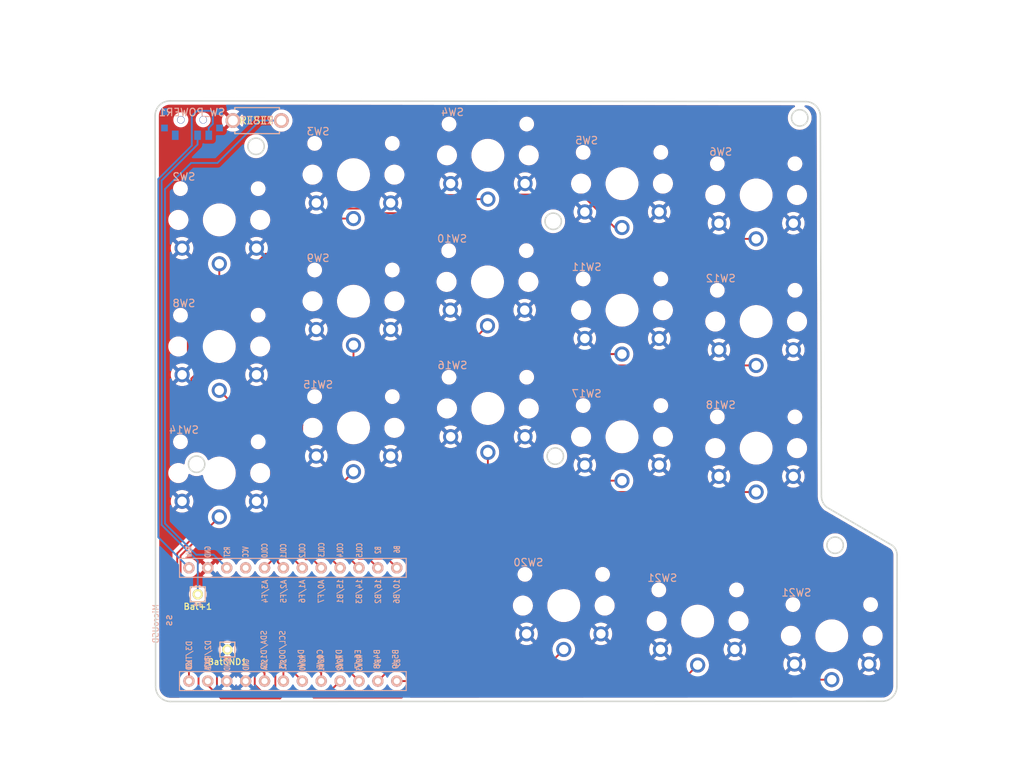
<source format=kicad_pcb>
(kicad_pcb (version 20210623) (generator pcbnew)
  (layers (0 "F.Cu" signal) (31 "B.Cu" signal) (34 "B.Paste" user) (35 "F.Paste" user) (36 "B.SilkS" user "B.Silkscreen") (37 "F.SilkS" user "F.Silkscreen") (38 "B.Mask" user) (39 "F.Mask" user) (44 "Edge.Cuts" user))
  (net 0 "")
  (net 1 "BT+")
  (net 2 "gnd")
  (net 3 "vcc")
  (net 4 "Switch18")
  (net 5 "reset")
  (net 6 "Switch1")
  (net 7 "Switch2")
  (net 8 "Switch3")
  (net 9 "Switch4")
  (net 10 "Switch5")
  (net 11 "Switch6")
  (net 12 "Switch7")
  (net 13 "Switch8")
  (net 14 "Switch9")
  (net 15 "Switch10")
  (net 16 "Switch11")
  (net 17 "Switch12")
  (net 18 "Switch13")
  (net 19 "Switch14")
  (net 20 "Switch15")
  (net 21 "Switch16")
  (net 22 "Switch17")
  (net 23 "Net-(SW_POWER1-Pad1)")
  (net 24 "raw")
  (footprint "kbd:1pin_conn" (layer "F.Cu") (at 28.058581 84.41952)
    (fp_text reference "Bat+1")
    (fp_text value "MountingHole_Pad" hide)
  )
  (footprint "kbd:1pin_conn" (layer "F.Cu") (at 32.038581 91.84952)
    (fp_text reference "BatGND1")
    (fp_text value "MountingHole_Pad" hide)
  )
  (footprint "Kailh:SW_PG1350_rev_DPB" (layer "F.Cu") (at 30.949999 34.084001)
    (fp_text reference "SW2" hide)
    (fp_text value "SW_Push" hide)
  )
  (footprint "Kailh:SW_PG1350_rev_DPB" (layer "F.Cu") (at 48.990001 28.003999)
    (fp_text reference "SW3" hide)
    (fp_text value "SW_Push" hide)
  )
  (footprint "Kailh:SW_PG1350_rev_DPB" (layer "F.Cu") (at 67.056 25.4)
    (fp_text reference "SW4" hide)
    (fp_text value "SW_Push" hide)
  )
  (footprint "Kailh:SW_PG1350_rev_DPB" (layer "F.Cu") (at 85.09 29.21)
    (fp_text reference "SW5" hide)
    (fp_text value "SW_Push" hide)
  )
  (footprint "Kailh:SW_PG1350_rev_DPB" (layer "F.Cu") (at 103.124 30.734)
    (fp_text reference "SW6" hide)
    (fp_text value "SW_Push" hide)
  )
  (footprint "Kailh:SW_PG1350_rev_DPB" (layer "F.Cu") (at 30.949999 51.102001)
    (fp_text reference "SW8" hide)
    (fp_text value "SW_Push" hide)
  )
  (footprint "Kailh:SW_PG1350_rev_DPB" (layer "F.Cu") (at 48.99 45.022)
    (fp_text reference "SW9" hide)
    (fp_text value "SW_Push" hide)
  )
  (footprint "Kailh:SW_PG1350_rev_DPB" (layer "F.Cu") (at 67.006 42.418)
    (fp_text reference "SW10" hide)
    (fp_text value "SW_Push" hide)
  )
  (footprint "Kailh:SW_PG1350_rev_DPB" (layer "F.Cu") (at 85.09 46.228)
    (fp_text reference "SW11" hide)
    (fp_text value "SW_Push" hide)
  )
  (footprint "Kailh:SW_PG1350_rev_DPB" (layer "F.Cu") (at 103.124 47.752)
    (fp_text reference "SW12" hide)
    (fp_text value "SW_Push" hide)
  )
  (footprint "Kailh:SW_PG1350_rev_DPB" (layer "F.Cu") (at 30.95 68.12)
    (fp_text reference "SW14" hide)
    (fp_text value "SW_Push" hide)
  )
  (footprint "Kailh:SW_PG1350_rev_DPB" (layer "F.Cu") (at 48.99 62.04)
    (fp_text reference "SW15" hide)
    (fp_text value "SW_Push" hide)
  )
  (footprint "Kailh:SW_PG1350_rev_DPB" (layer "F.Cu") (at 67.056 59.436)
    (fp_text reference "SW16" hide)
    (fp_text value "SW_Push" hide)
  )
  (footprint "Kailh:SW_PG1350_rev_DPB" (layer "F.Cu") (at 85.09 63.246)
    (fp_text reference "SW17" hide)
    (fp_text value "SW_Push" hide)
  )
  (footprint "Kailh:SW_PG1350_rev_DPB" (layer "F.Cu") (at 103.124 64.77)
    (fp_text reference "SW18" hide)
    (fp_text value "SW_Push" hide)
  )
  (footprint "Kailh:SW_PG1350_rev_DPB" (layer "F.Cu") (at 77.26 85.94)
    (fp_text reference "SW20" hide)
    (fp_text value "SW_Push" hide)
  )
  (footprint "Kailh:SW_PG1350_rev_DPB" (layer "F.Cu") (at 95.26 88.03)
    (fp_text reference "SW21" hide)
    (fp_text value "SW_Push" hide)
  )
  (footprint "Kailh:SW_PG1350_rev_DPB" (layer "F.Cu") (at 113.29 90)
    (fp_text reference "SW21" hide)
    (fp_text value "SW_Push" hide)
  )
  (footprint "foostan:ResetSW" (layer "B.Cu") (at 36.04 20.73 180)
    (fp_text reference "RSW1" hide)
    (fp_text value "SW_Push")
  )
  (footprint "Kailh:SPDT_C128955" (layer "B.Cu") (at 27.28 20.63 180)
    (fp_text reference "SW_POWER1")
    (fp_text value "SW_SPDT")
  )
  (footprint "foostan:ProMicro_v2_1side" (layer "B.Cu") (at 41.348581 88.42952 -90)
    (fp_text reference "U1" hide)
    (fp_text value "ProMicro-kbd" hide)
  )
  (gr_circle (center 27.9 66.93) (end 29 66.93) (layer "Edge.Cuts") (width 0.2) (fill none))
  (gr_circle (center 76.12 65.84) (end 77.22 65.84) (layer "Edge.Cuts") (width 0.2) (fill none))
  (gr_circle (center 75.84 34.27) (end 76.94 34.27) (layer "Edge.Cuts") (width 0.2) (fill none))
  (gr_line (start 122.071822 79.122698) (end 122.05 96.805786) (layer "Edge.Cuts") (width 0.2))
  (gr_arc (start 24.384256 96.83682) (end 22.384958 96.834608) (angle -90.0832) (layer "Edge.Cuts") (width 0.2))
  (gr_arc (start 120.05 96.805786) (end 120.05 98.805786) (angle -90) (layer "Edge.Cuts") (width 0.2))
  (gr_arc (start 109.76 20.176399) (end 111.76 20.176399) (angle -89.9563) (layer "Edge.Cuts") (width 0.2))
  (gr_circle (center 35.89 24.19) (end 36.99 24.19) (layer "Edge.Cuts") (width 0.2) (fill none))
  (gr_arc (start 24.314247 20.085419) (end 24.316459 18.086121) (angle -90.0832) (layer "Edge.Cuts") (width 0.2))
  (gr_line (start 121.39 77.83) (end 112.61 72.71) (layer "Edge.Cuts") (width 0.2))
  (gr_circle (center 108.98 20.37) (end 110.08 20.37) (layer "Edge.Cuts") (width 0.2) (fill none))
  (gr_line (start 111.9 71.19) (end 111.76 20.176399) (layer "Edge.Cuts") (width 0.2))
  (gr_arc (start 120.505467 79.122698) (end 122.071822 79.122698) (angle -55.61798217) (layer "Edge.Cuts") (width 0.2))
  (gr_line (start 109.761525 18.1764) (end 24.316459 18.086121) (layer "Edge.Cuts") (width 0.2))
  (gr_arc (start 113.882042 71.19) (end 111.9 71.19) (angle -50.07505709) (layer "Edge.Cuts") (width 0.2))
  (gr_circle (center 113.74 77.82) (end 114.84 77.82) (layer "Edge.Cuts") (width 0.2) (fill none))
  (gr_line (start 24.384947 98.836119) (end 120.05 98.805786) (layer "Edge.Cuts") (width 0.2))
  (gr_line (start 22.314947 20.086119) (end 22.384958 96.834608) (layer "Edge.Cuts") (width 0.2))
  (segment (start 28.058581 84.41952) (end 28.058581 79.948581) (width 0.25) (layer "B.Cu") (net 1))
  (segment (start 23.19952 75.08952) (end 23.19952 28.78048) (width 0.25) (layer "B.Cu") (net 1))
  (segment (start 28.03 23.95) (end 28.03 22.705) (width 0.25) (layer "B.Cu") (net 1))
  (segment (start 28.058581 79.948581) (end 23.19952 75.08952) (width 0.25) (layer "B.Cu") (net 1))
  (segment (start 23.19952 28.78048) (end 28.03 23.95) (width 0.25) (layer "B.Cu") (net 1))
  (segment (start 39.60096 97.91904) (end 39.1 98.42) (width 0.25) (layer "F.Cu") (net 4))
  (segment (start 31.18 98.42) (end 29.410581 96.650581) (width 0.25) (layer "F.Cu") (net 4))
  (segment (start 55.45 98.31) (end 43.65 98.31) (width 0.25) (layer "F.Cu") (net 4))
  (segment (start 29.410581 96.650581) (end 29.410581 96.08592) (width 0.25) (layer "F.Cu") (net 4))
  (segment (start 43.65 98.31) (end 43.25904 97.91904) (width 0.25) (layer "F.Cu") (net 4))
  (segment (start 60.8 95.9) (end 60.12 96.58) (width 0.25) (layer "F.Cu") (net 4))
  (segment (start 39.1 98.42) (end 31.18 98.42) (width 0.25) (layer "F.Cu") (net 4))
  (segment (start 57.18 96.58) (end 55.45 98.31) (width 0.25) (layer "F.Cu") (net 4))
  (segment (start 60.12 96.58) (end 57.18 96.58) (width 0.25) (layer "F.Cu") (net 4))
  (segment (start 43.25904 97.91904) (end 39.60096 97.91904) (width 0.25) (layer "F.Cu") (net 4))
  (segment (start 113.29 95.9) (end 60.8 95.9) (width 0.25) (layer "F.Cu") (net 4))
  (segment (start 31.950581 80.86592) (end 30.187331 79.102669) (width 0.25) (layer "B.Cu") (net 5))
  (segment (start 27.15904 26.43) (end 30.7 26.43) (width 0.25) (layer "B.Cu") (net 5))
  (segment (start 36.4 20.73) (end 39.29 20.73) (width 0.25) (layer "B.Cu") (net 5))
  (segment (start 30.187331 79.102669) (end 27.848387 79.102669) (width 0.25) (layer "B.Cu") (net 5))
  (segment (start 30.7 26.43) (end 36.4 20.73) (width 0.25) (layer "B.Cu") (net 5))
  (segment (start 23.64904 74.903322) (end 23.64904 29.94) (width 0.25) (layer "B.Cu") (net 5))
  (segment (start 23.64904 29.94) (end 27.15904 26.43) (width 0.25) (layer "B.Cu") (net 5))
  (segment (start 27.848387 79.102669) (end 23.64904 74.903322) (width 0.25) (layer "B.Cu") (net 5))
  (segment (start 28.158581 97.30952) (end 27.738581 97.72952) (width 0.25) (layer "F.Cu") (net 6))
  (segment (start 28.02 54.44) (end 26.72144 53.14144) (width 0.25) (layer "F.Cu") (net 6))
  (segment (start 37.909762 64.056916) (end 36.111423 62.258577) (width 0.25) (layer "F.Cu") (net 6))
  (segment (start 45.806981 97.46952) (end 39.304762 97.46952) (width 0.25) (layer "F.Cu") (net 6))
  (segment (start 37.909762 72.660238) (end 37.909762 64.056916) (width 0.25) (layer "F.Cu") (net 6))
  (segment (start 30.63453 96.72547) (end 30.63453 95.085469) (width 0.25) (layer "F.Cu") (net 6))
  (segment (start 27.58274 47.60274) (end 30.949999 44.235481) (width 0.25) (layer "F.Cu") (net 6))
  (segment (start 27.813582 54.792621) (end 27.832621 54.792621) (width 0.25) (layer "F.Cu") (net 6))
  (segment (start 26.72144 48.27144) (end 27.39014 47.60274) (width 0.25) (layer "F.Cu") (net 6))
  (segment (start 38.807141 97.967141) (end 31.876202 97.967141) (width 0.25) (layer "F.Cu") (net 6))
  (segment (start 28.02 54.605242) (end 28.02 54.44) (width 0.25) (layer "F.Cu") (net 6))
  (segment (start 27.19144 55.414763) (end 27.813582 54.792621) (width 0.25) (layer "F.Cu") (net 6))
  (segment (start 25.29 96.90094) (end 25.29 78.92) (width 0.25) (layer "F.Cu") (net 6))
  (segment (start 30.63453 95.085469) (end 30.158581 94.60952) (width 0.25) (layer "F.Cu") (net 6))
  (segment (start 28.8 75.41) (end 28.8 73.91) (width 0.25) (layer "F.Cu") (net 6))
  (segment (start 28.8 73.91) (end 30.66 72.05) (width 0.25) (layer "F.Cu") (net 6))
  (segment (start 31.71 72.05) (end 33.23048 73.57048) (width 0.25) (layer "F.Cu") (net 6))
  (segment (start 27.738581 97.72952) (end 26.118581 97.72952) (width 0.25) (layer "F.Cu") (net 6))
  (segment (start 30.66 72.05) (end 31.71 72.05) (width 0.25) (layer "F.Cu") (net 6))
  (segment (start 28.648581 94.60952) (end 28.158581 95.09952) (width 0.25) (layer "F.Cu") (net 6))
  (segment (start 27.39014 47.60274) (end 27.58274 47.60274) (width 0.25) (layer "F.Cu") (net 6))
  (segment (start 30.949999 44.235481) (end 30.949999 39.984001) (width 0.25) (layer "F.Cu") (net 6))
  (segment (start 31.876202 97.967141) (end 30.63453 96.72547) (width 0.25) (layer "F.Cu") (net 6))
  (segment (start 47.190581 96.08592) (end 45.806981 97.46952) (width 0.25) (layer "F.Cu") (net 6))
  (segment (start 29.397141 62.258577) (end 27.19144 60.052876) (width 0.25) (layer "F.Cu") (net 6))
  (segment (start 26.72144 53.14144) (end 26.72144 48.27144) (width 0.25) (layer "F.Cu") (net 6))
  (segment (start 26.118581 97.72952) (end 25.29 96.90094) (width 0.25) (layer "F.Cu") (net 6))
  (segment (start 39.304762 97.46952) (end 38.807141 97.967141) (width 0.25) (layer "F.Cu") (net 6))
  (segment (start 27.19144 60.052876) (end 27.19144 55.414763) (width 0.25) (layer "F.Cu") (net 6))
  (segment (start 25.29 78.92) (end 28.8 75.41) (width 0.25) (layer "F.Cu") (net 6))
  (segment (start 33.23048 73.57048) (end 36.99952 73.57048) (width 0.25) (layer "F.Cu") (net 6))
  (segment (start 36.111423 62.258577) (end 29.397141 62.258577) (width 0.25) (layer "F.Cu") (net 6))
  (segment (start 27.832621 54.792621) (end 28.02 54.605242) (width 0.25) (layer "F.Cu") (net 6))
  (segment (start 36.99952 73.57048) (end 37.909762 72.660238) (width 0.25) (layer "F.Cu") (net 6))
  (segment (start 30.158581 94.60952) (end 28.648581 94.60952) (width 0.25) (layer "F.Cu") (net 6))
  (segment (start 28.158581 95.09952) (end 28.158581 97.30952) (width 0.25) (layer "F.Cu") (net 6))
  (segment (start 28.98952 59.263802) (end 29.946198 60.22048) (width 0.25) (layer "F.Cu") (net 7))
  (segment (start 40.186198 36.59952) (end 39.683559 37.102159) (width 0.25) (layer "F.Cu") (net 7))
  (segment (start 28.53 52.36) (end 29.83 53.66) (width 0.25) (layer "F.Cu") (net 7))
  (segment (start 37.698351 40.03) (end 28.559175 49.169175) (width 0.25) (layer "F.Cu") (net 7))
  (segment (start 29.83 53.66) (end 29.83 55.41) (width 0.25) (layer "F.Cu") (net 7))
  (segment (start 28.98952 56.25048) (end 28.98952 59.263802) (width 0.25) (layer "F.Cu") (net 7))
  (segment (start 28.559175 52.330825) (end 28.53 52.36) (width 0.25) (layer "F.Cu") (net 7))
  (segment (start 39.721181 63.325464) (end 39.721181 76.841181) (width 0.25) (layer "F.Cu") (net 7))
  (segment (start 28.559175 49.169175) (end 28.559175 52.330825) (width 0.25) (layer "F.Cu") (net 7))
  (segment (start 39.721181 76.841181) (end 42.582669 79.702669) (width 0.25) (layer "F.Cu") (net 7))
  (segment (start 46.518695 33.903999) (end 43.823172 36.59952) (width 0.25) (layer "F.Cu") (net 7))
  (segment (start 29.83 55.41) (end 28.98952 56.25048) (width 0.25) (layer "F.Cu") (net 7))
  (segment (start 36.616197 60.22048) (end 39.721181 63.325464) (width 0.25) (layer "F.Cu") (net 7))
  (segment (start 39.683559 39.816441) (end 39.47 40.03) (width 0.25) (layer "F.Cu") (net 7))
  (segment (start 29.946198 60.22048) (end 36.616197 60.22048) (width 0.25) (layer "F.Cu") (net 7))
  (segment (start 39.47 40.03) (end 37.698351 40.03) (width 0.25) (layer "F.Cu") (net 7))
  (segment (start 39.683559 37.102159) (end 39.683559 39.816441) (width 0.25) (layer "F.Cu") (net 7))
  (segment (start 42.582669 79.702669) (end 43.487331 79.702669) (width 0.25) (layer "F.Cu") (net 7))
  (segment (start 43.823172 36.59952) (end 40.186198 36.59952) (width 0.25) (layer "F.Cu") (net 7))
  (segment (start 43.487331 79.702669) (end 44.650581 80.86592) (width 0.25) (layer "F.Cu") (net 7))
  (segment (start 48.990001 33.903999) (end 46.518695 33.903999) (width 0.25) (layer "F.Cu") (net 7))
  (segment (start 28.54 56.02) (end 29.37 55.19) (width 0.25) (layer "F.Cu") (net 8))
  (segment (start 41.16 79.13) (end 39.271661 77.241661) (width 0.25) (layer "F.Cu") (net 8))
  (segment (start 40 36.15) (end 43.636975 36.15) (width 0.25) (layer "F.Cu") (net 8))
  (segment (start 64.52 31.3) (end 67.056 31.3) (width 0.25) (layer "F.Cu") (net 8))
  (segment (start 42.110581 80.86592) (end 41.16 79.915339) (width 0.25) (layer "F.Cu") (net 8))
  (segment (start 41.16 79.915339) (end 41.16 79.13) (width 0.25) (layer "F.Cu") (net 8))
  (segment (start 39.271661 77.241661) (end 39.271661 63.511661) (width 0.25) (layer "F.Cu") (net 8))
  (segment (start 28.07 52.535718) (end 28.07 49.022633) (width 0.25) (layer "F.Cu") (net 8))
  (segment (start 56.62 34.17) (end 59.14 31.65) (width 0.25) (layer "F.Cu") (net 8))
  (segment (start 28.54 59.45) (end 28.54 56.02) (width 0.25) (layer "F.Cu") (net 8))
  (segment (start 29.76 60.67) (end 28.54 59.45) (width 0.25) (layer "F.Cu") (net 8))
  (segment (start 28.07 49.022633) (end 37.512633 39.58) (width 0.25) (layer "F.Cu") (net 8))
  (segment (start 43.636975 36.15) (end 47.223488 32.563488) (width 0.25) (layer "F.Cu") (net 8))
  (segment (start 39.23404 36.91596) (end 40 36.15) (width 0.25) (layer "F.Cu") (net 8))
  (segment (start 50.803488 32.563488) (end 52.41 34.17) (width 0.25) (layer "F.Cu") (net 8))
  (segment (start 29.37 55.19) (end 29.37 53.835718) (width 0.25) (layer "F.Cu") (net 8))
  (segment (start 29.37 53.835718) (end 28.07 52.535718) (width 0.25) (layer "F.Cu") (net 8))
  (segment (start 64.17 31.65) (end 64.52 31.3) (width 0.25) (layer "F.Cu") (net 8))
  (segment (start 39.234039 39.534039) (end 39.23404 36.91596) (width 0.25) (layer "F.Cu") (net 8))
  (segment (start 37.512633 39.58) (end 39.188078 39.58) (width 0.25) (layer "F.Cu") (net 8))
  (segment (start 39.271661 63.511661) (end 36.43 60.67) (width 0.25) (layer "F.Cu") (net 8))
  (segment (start 52.41 34.17) (end 56.62 34.17) (width 0.25) (layer "F.Cu") (net 8))
  (segment (start 36.43 60.67) (end 29.76 60.67) (width 0.25) (layer "F.Cu") (net 8))
  (segment (start 59.14 31.65) (end 64.17 31.65) (width 0.25) (layer "F.Cu") (net 8))
  (segment (start 47.223488 32.563488) (end 50.803488 32.563488) (width 0.25) (layer "F.Cu") (net 8))
  (segment (start 39.188078 39.58) (end 39.234039 39.534039) (width 0.25) (layer "F.Cu") (net 8))
  (segment (start 80.134926 31.135074) (end 69.615074 31.135074) (width 0.25) (layer "F.Cu") (net 9))
  (segment (start 47.051258 32.1) (end 43.451738 35.69952) (width 0.25) (layer "F.Cu") (net 9))
  (segment (start 38.787859 36.487859) (end 38.787859 36.778819) (width 0.25) (layer "F.Cu") (net 9))
  (segment (start 84.109852 35.11) (end 80.134926 31.135074) (width 0.25) (layer "F.Cu") (net 9))
  (segment (start 65.55 29.48) (end 63.82952 31.20048) (width 0.25) (layer "F.Cu") (net 9))
  (segment (start 58.94952 31.20048) (end 56.47 33.68) (width 0.25) (layer "F.Cu") (net 9))
  (segment (start 85.09 35.11) (end 84.109852 35.11) (width 0.25) (layer "F.Cu") (net 9))
  (segment (start 29.52952 61.11952) (end 36.243802 61.11952) (width 0.25) (layer "F.Cu") (net 9))
  (segment (start 38.784519 39.104519) (end 37.352396 39.104519) (width 0.25) (layer "F.Cu") (net 9))
  (segment (start 27.62048 52.721916) (end 28.92048 54.021916) (width 0.25) (layer "F.Cu") (net 9))
  (segment (start 38.808802 80.104141) (end 39.570581 80.86592) (width 0.25) (layer "F.Cu") (net 9))
  (segment (start 38.78452 37.30548) (end 38.784519 39.104519) (width 0.25) (layer "F.Cu") (net 9))
  (segment (start 27.62048 48.836436) (end 27.62048 52.721916) (width 0.25) (layer "F.Cu") (net 9))
  (segment (start 28.92048 54.021916) (end 28.92048 54.98) (width 0.25) (layer "F.Cu") (net 9))
  (segment (start 37.352396 39.104519) (end 27.62048 48.836436) (width 0.25) (layer "F.Cu") (net 9))
  (segment (start 28.09048 55.81) (end 28.09048 59.68048) (width 0.25) (layer "F.Cu") (net 9))
  (segment (start 52.555718 33.68) (end 50.975718 32.1) (width 0.25) (layer "F.Cu") (net 9))
  (segment (start 43.451738 35.69952) (end 39.576198 35.69952) (width 0.25) (layer "F.Cu") (net 9))
  (segment (start 69.615074 31.135074) (end 67.96 29.48) (width 0.25) (layer "F.Cu") (net 9))
  (segment (start 67.96 29.48) (end 65.55 29.48) (width 0.25) (layer "F.Cu") (net 9))
  (segment (start 28.09048 59.68048) (end 29.52952 61.11952) (width 0.25) (layer "F.Cu") (net 9))
  (segment (start 56.47 33.68) (end 52.555718 33.68) (width 0.25) (layer "F.Cu") (net 9))
  (segment (start 36.243802 61.11952) (end 38.822141 63.697859) (width 0.25) (layer "F.Cu") (net 9))
  (segment (start 50.975718 32.1) (end 47.051258 32.1) (width 0.25) (layer "F.Cu") (net 9))
  (segment (start 63.82952 31.20048) (end 58.94952 31.20048) (width 0.25) (layer "F.Cu") (net 9))
  (segment (start 38.808802 63.711198) (end 38.808802 80.104141) (width 0.25) (layer "F.Cu") (net 9))
  (segment (start 38.78452 37.30548) (end 38.78452 37.711197) (width 0.25) (layer "F.Cu") (net 9))
  (segment (start 38.78452 36.782158) (end 38.787859 36.778819) (width 0.25) (layer "F.Cu") (net 9))
  (segment (start 39.576198 35.69952) (end 38.787859 36.487859) (width 0.25) (layer "F.Cu") (net 9))
  (segment (start 38.78452 37.30548) (end 38.78452 36.782158) (width 0.25) (layer "F.Cu") (net 9))
  (segment (start 28.92048 54.98) (end 28.09048 55.81) (width 0.25) (layer "F.Cu") (net 9))
  (segment (start 38.822141 63.697859) (end 38.808802 63.711198) (width 0.25) (layer "F.Cu") (net 9))
  (segment (start 86.155 33.325) (end 82.96057 33.325) (width 0.25) (layer "F.Cu") (net 10))
  (segment (start 38.335 36.305) (end 38.335 38.225) (width 0.25) (layer "F.Cu") (net 10))
  (segment (start 52.77 33.18) (end 51.24048 31.65048) (width 0.25) (layer "F.Cu") (net 10))
  (segment (start 27.64096 53.41904) (end 27.681888 53.41904) (width 0.25) (layer "F.Cu") (net 10))
  (segment (start 39.39 35.25) (end 38.335 36.305) (width 0.25) (layer "F.Cu") (net 10))
  (segment (start 29.504282 61.73) (end 36.218564 61.73) (width 0.25) (layer "F.Cu") (net 10))
  (segment (start 68.146197 29.03048) (end 65.363803 29.03048) (width 0.25) (layer "F.Cu") (net 10))
  (segment (start 27.66 55.60096) (end 27.64096 55.60096) (width 0.25) (layer "F.Cu") (net 10))
  (segment (start 82.96057 33.325) (end 80.321124 30.685554) (width 0.25) (layer "F.Cu") (net 10))
  (segment (start 27.375 48.446198) (end 27.343802 48.446198) (width 0.25) (layer "F.Cu") (net 10))
  (segment (start 56.33 33.18) (end 52.77 33.18) (width 0.25) (layer "F.Cu") (net 10))
  (segment (start 27.64096 55.60096) (end 27.64096 59.866678) (width 0.25) (layer "F.Cu") (net 10))
  (segment (start 80.321124 30.685554) (end 69.801272 30.685554) (width 0.25) (layer "F.Cu") (net 10))
  (segment (start 27.343802 48.446198) (end 27.17096 48.61904) (width 0.25) (layer "F.Cu") (net 10))
  (segment (start 38.335 38.225) (end 37.914401 38.645599) (width 0.25) (layer "F.Cu") (net 10))
  (segment (start 51.24048 31.65048) (end 46.85952 31.65048) (width 0.25) (layer "F.Cu") (net 10))
  (segment (start 27.17096 52.94904) (end 27.64096 53.41904) (width 0.25) (layer "F.Cu") (net 10))
  (segment (start 27.64096 59.866678) (end 29.504282 61.73) (width 0.25) (layer "F.Cu") (net 10))
  (segment (start 58.75904 30.75096) (end 56.33 33.18) (width 0.25) (layer "F.Cu") (net 10))
  (segment (start 69.801272 30.685554) (end 68.146197 29.03048) (width 0.25) (layer "F.Cu") (net 10))
  (segment (start 27.681888 53.41904) (end 28.47096 54.208112) (width 0.25) (layer "F.Cu") (net 10))
  (segment (start 89.464 36.634) (end 86.155 33.325) (width 0.25) (layer "F.Cu") (net 10))
  (segment (start 38.359282 79.537218) (end 37.030581 80.86592) (width 0.25) (layer "F.Cu") (net 10))
  (segment (start 65.363803 29.03048) (end 63.643322 30.75096) (width 0.25) (layer "F.Cu") (net 10))
  (segment (start 27.17096 48.61904) (end 27.17096 52.94904) (width 0.25) (layer "F.Cu") (net 10))
  (segment (start 37.914401 38.645599) (end 37.175599 38.645599) (width 0.25) (layer "F.Cu") (net 10))
  (segment (start 28.47096 54.79) (end 27.66 55.60096) (width 0.25) (layer "F.Cu") (net 10))
  (segment (start 37.175599 38.645599) (end 27.375 48.446198) (width 0.25) (layer "F.Cu") (net 10))
  (segment (start 43.26 35.25) (end 39.39 35.25) (width 0.25) (layer "F.Cu") (net 10))
  (segment (start 36.218564 61.73) (end 38.359282 63.870718) (width 0.25) (layer "F.Cu") (net 10))
  (segment (start 46.85952 31.65048) (end 43.26 35.25) (width 0.25) (layer "F.Cu") (net 10))
  (segment (start 38.359282 63.870718) (end 38.359282 79.537218) (width 0.25) (layer "F.Cu") (net 10))
  (segment (start 63.643322 30.75096) (end 58.75904 30.75096) (width 0.25) (layer "F.Cu") (net 10))
  (segment (start 103.124 36.634) (end 89.464 36.634) (width 0.25) (layer "F.Cu") (net 10))
  (segment (start 28.47096 54.208112) (end 28.47096 54.79) (width 0.25) (layer "F.Cu") (net 10))
  (segment (start 47.190581 80.86592) (end 45.474662 79.15) (width 0.25) (layer "F.Cu") (net 11))
  (segment (start 40.170701 76.640701) (end 42.68 79.15) (width 0.25) (layer "F.Cu") (net 11))
  (segment (start 36.96096 59.77096) (end 40.170701 62.980701) (width 0.25) (layer "F.Cu") (net 11))
  (segment (start 42.68 79.15) (end 45.474662 79.15) (width 0.25) (layer "F.Cu") (net 11))
  (segment (start 33.55 59.76) (end 33.56096 59.77096) (width 0.25) (layer "F.Cu") (net 11))
  (segment (start 30.949999 57.002001) (end 33.55 59.602002) (width 0.25) (layer "F.Cu") (net 11))
  (segment (start 40.170701 62.980701) (end 40.170701 76.640701) (width 0.25) (layer "F.Cu") (net 11))
  (segment (start 33.56096 59.77096) (end 36.96096 59.77096) (width 0.25) (layer "F.Cu") (net 11))
  (segment (start 45.474662 79.15) (end 45.522331 79.197669) (width 0.25) (layer "F.Cu") (net 11))
  (segment (start 33.55 59.602002) (end 33.55 59.76) (width 0.25) (layer "F.Cu") (net 11))
  (segment (start 46.644661 77.78) (end 49.730581 80.86592) (width 0.25) (layer "F.Cu") (net 12))
  (segment (start 40.72 55.12) (end 40.72 76.4) (width 0.25) (layer "F.Cu") (net 12))
  (segment (start 40.72 76.4) (end 42.1 77.78) (width 0.25) (layer "F.Cu") (net 12))
  (segment (start 48.99 50.922) (end 48.99 52.87) (width 0.25) (layer "F.Cu") (net 12))
  (segment (start 43.03 52.87) (end 40.78 55.12) (width 0.25) (layer "F.Cu") (net 12))
  (segment (start 42.1 77.78) (end 46.644661 77.78) (width 0.25) (layer "F.Cu") (net 12))
  (segment (start 48.99 52.87) (end 43.03 52.87) (width 0.25) (layer "F.Cu") (net 12))
  (segment (start 40.78 55.12) (end 40.72 55.12) (width 0.25) (layer "F.Cu") (net 12))
  (segment (start 41.16952 76.15048) (end 41.16952 55.52952) (width 0.25) (layer "F.Cu") (net 13))
  (segment (start 49.707669 79.637669) (end 47.40048 77.33048) (width 0.25) (layer "F.Cu") (net 13))
  (segment (start 67.006 48.318) (end 63.997 51.327) (width 0.25) (layer "F.Cu") (net 13))
  (segment (start 54.343 51.327) (end 63.997 51.327) (width 0.25) (layer "F.Cu") (net 13))
  (segment (start 52.35048 53.31952) (end 54.343 51.327) (width 0.25) (layer "F.Cu") (net 13))
  (segment (start 63.997 51.327) (end 63.874 51.45) (width 0.25) (layer "F.Cu") (net 13))
  (segment (start 47.40048 77.33048) (end 42.43952 77.33048) (width 0.25) (layer "F.Cu") (net 13))
  (segment (start 41.16952 55.52952) (end 43.37952 53.31952) (width 0.25) (layer "F.Cu") (net 13))
  (segment (start 42.43952 77.33048) (end 41.25952 76.15048) (width 0.25) (layer "F.Cu") (net 13))
  (segment (start 41.25952 76.15048) (end 41.16952 76.15048) (width 0.25) (layer "F.Cu") (net 13))
  (segment (start 43.37952 53.31952) (end 52.35048 53.31952) (width 0.25) (layer "F.Cu") (net 13))
  (segment (start 51.042331 79.637669) (end 49.707669 79.637669) (width 0.25) (layer "F.Cu") (net 13))
  (segment (start 52.270581 80.86592) (end 51.042331 79.637669) (width 0.25) (layer "F.Cu") (net 13))
  (segment (start 42.59 76.84) (end 46.88 76.84) (width 0.25) (layer "F.Cu") (net 14))
  (segment (start 46.88 76.84) (end 46.92096 76.88096) (width 0.25) (layer "F.Cu") (net 14))
  (segment (start 41.637619 61.187619) (end 41.637619 75.892861) (width 0.25) (layer "F.Cu") (net 14))
  (segment (start 49.87 78.9) (end 50.940379 78.9) (width 0.25) (layer "F.Cu") (net 14))
  (segment (start 50.940379 78.9) (end 51.65096 79.610581) (width 0.25) (layer "F.Cu") (net 14))
  (segment (start 41.61904 55.89096) (end 41.61904 61.16904) (width 0.25) (layer "F.Cu") (net 14))
  (segment (start 43.50048 54.00952) (end 41.61904 55.89096) (width 0.25) (layer "F.Cu") (net 14))
  (segment (start 46.92096 76.88096) (end 47.85096 76.88096) (width 0.25) (layer "F.Cu") (net 14))
  (segment (start 81.248 52.128) (end 77.572 52.128) (width 0.25) (layer "F.Cu") (net 14))
  (segment (start 41.61904 61.16904) (end 41.637619 61.187619) (width 0.25) (layer "F.Cu") (net 14))
  (segment (start 85.09 52.128) (end 76.648 52.128) (width 0.25) (layer "F.Cu") (net 14))
  (segment (start 76.5 51.98) (end 54.325717 51.98) (width 0.25) (layer "F.Cu") (net 14))
  (segment (start 54.325717 51.98) (end 52.296198 54.00952) (width 0.25) (layer "F.Cu") (net 14))
  (segment (start 41.915 76.165) (end 42.59 76.84) (width 0.25) (layer "F.Cu") (net 14))
  (segment (start 41.909758 76.165) (end 41.915 76.165) (width 0.25) (layer "F.Cu") (net 14))
  (segment (start 47.85096 76.88096) (end 49.87 78.9) (width 0.25) (layer "F.Cu") (net 14))
  (segment (start 41.637619 75.892861) (end 41.909758 76.165) (width 0.25) (layer "F.Cu") (net 14))
  (segment (start 76.648 52.128) (end 76.5 51.98) (width 0.25) (layer "F.Cu") (net 14))
  (segment (start 85.09 52.128) (end 81.248 52.128) (width 0.25) (layer "F.Cu") (net 14))
  (segment (start 52.296198 54.00952) (end 43.50048 54.00952) (width 0.25) (layer "F.Cu") (net 14))
  (segment (start 53.555242 79.610581) (end 54.810581 80.86592) (width 0.25) (layer "F.Cu") (net 14))
  (segment (start 51.65096 79.610581) (end 53.555242 79.610581) (width 0.25) (layer "F.Cu") (net 14))
  (segment (start 35.715 96.565) (end 36.667621 97.517621) (width 0.25) (layer "F.Cu") (net 15))
  (segment (start 82.482 53.625323) (end 82.482 53.652) (width 0.25) (layer "F.Cu") (net 15))
  (segment (start 26.870581 94.007521) (end 27.408581 93.46952) (width 0.25) (layer "F.Cu") (net 15))
  (segment (start 56.026952 79.156952) (end 51.833049 79.156952) (width 0.25) (layer "F.Cu") (net 15))
  (segment (start 81.434197 52.57752) (end 82.482 53.625323) (width 0.25) (layer "F.Cu") (net 15))
  (segment (start 82.482 53.652) (end 103.124 53.652) (width 0.25) (layer "F.Cu") (net 15))
  (segment (start 57.847569 82.352431) (end 57.847569 80.977569) (width 0.25) (layer "F.Cu") (net 15))
  (segment (start 75.928 52.57752) (end 81.434197 52.57752) (width 0.25) (layer "F.Cu") (net 15))
  (segment (start 43.69096 54.45904) (end 52.482395 54.45904) (width 0.25) (layer "F.Cu") (net 15))
  (segment (start 75.78 52.42952) (end 75.928 52.57752) (width 0.25) (layer "F.Cu") (net 15))
  (segment (start 37.030581 85.484008) (end 39.924589 82.59) (width 0.25) (layer "F.Cu") (net 15))
  (segment (start 42.11 56.04) (end 43.69096 54.45904) (width 0.25) (layer "F.Cu") (net 15))
  (segment (start 51.833049 79.156952) (end 49.066578 76.39048) (width 0.25) (layer "F.Cu") (net 15))
  (segment (start 38.48407 94.37407) (end 37.030581 92.920581) (width 0.25) (layer "F.Cu") (net 15))
  (segment (start 36.667621 97.517621) (end 38.27 97.517621) (width 0.25) (layer "F.Cu") (net 15))
  (segment (start 52.482395 54.45904) (end 54.511915 52.42952) (width 0.25) (layer "F.Cu") (net 15))
  (segment (start 37.030581 92.920581) (end 37.030581 85.484008) (width 0.25) (layer "F.Cu") (net 15))
  (segment (start 49.066578 76.39048) (end 42.90048 76.39048) (width 0.25) (layer "F.Cu") (net 15))
  (segment (start 35.715 94.905) (end 35.715 96.565) (width 0.25) (layer "F.Cu") (net 15))
  (segment (start 27.408581 93.46952) (end 34.27952 93.46952) (width 0.25) (layer "F.Cu") (net 15))
  (segment (start 38.48407 97.303551) (end 38.48407 94.37407) (width 0.25) (layer "F.Cu") (net 15))
  (segment (start 54.511915 52.42952) (end 75.78 52.42952) (width 0.25) (layer "F.Cu") (net 15))
  (segment (start 38.27 97.517621) (end 38.48407 97.303551) (width 0.25) (layer "F.Cu") (net 15))
  (segment (start 57.847569 80.977569) (end 56.026952 79.156952) (width 0.25) (layer "F.Cu") (net 15))
  (segment (start 39.924589 82.59) (end 57.61 82.59) (width 0.25) (layer "F.Cu") (net 15))
  (segment (start 57.61 82.59) (end 57.847569 82.352431) (width 0.25) (layer "F.Cu") (net 15))
  (segment (start 42.087139 75.577139) (end 42.087139 61.722861) (width 0.25) (layer "F.Cu") (net 15))
  (segment (start 34.27952 93.46952) (end 35.715 94.905) (width 0.25) (layer "F.Cu") (net 15))
  (segment (start 42.11 61.7) (end 42.11 56.04) (width 0.25) (layer "F.Cu") (net 15))
  (segment (start 42.90048 76.39048) (end 42.087139 75.577139) (width 0.25) (layer "F.Cu") (net 15))
  (segment (start 26.870581 96.08592) (end 26.870581 94.007521) (width 0.25) (layer "F.Cu") (net 15))
  (segment (start 42.087139 61.722861) (end 42.11 61.7) (width 0.25) (layer "F.Cu") (net 15))
  (segment (start 25.73952 79.23048) (end 30.95 74.02) (width 0.25) (layer "F.Cu") (net 16))
  (segment (start 34.894821 92.872531) (end 26.462531 92.872531) (width 0.25) (layer "F.Cu") (net 16))
  (segment (start 26.462531 92.872531) (end 25.73952 92.14952) (width 0.25) (layer "F.Cu") (net 16))
  (segment (start 37.030581 96.08592) (end 37.030581 95.00829) (width 0.25) (layer "F.Cu") (net 16))
  (segment (start 37.030581 95.00829) (end 34.894821 92.872531) (width 0.25) (layer "F.Cu") (net 16))
  (segment (start 25.73952 92.14952) (end 25.73952 79.23048) (width 0.25) (layer "F.Cu") (net 16))
  (segment (start 48.99 67.94) (end 47.16952 69.76048) (width 0.25) (layer "F.Cu") (net 17))
  (segment (start 47.16952 69.76048) (end 44.742838 69.76048) (width 0.25) (layer "F.Cu") (net 17))
  (segment (start 49.200907 75.889093) (end 52.019247 78.707432) (width 0.25) (layer "F.Cu") (net 17))
  (segment (start 37.480101 92.57104) (end 39.570581 94.66152) (width 0.25) (layer "F.Cu") (net 17))
  (segment (start 37.480101 85.670206) (end 37.480101 92.57104) (width 0.25) (layer "F.Cu") (net 17))
  (segment (start 52.019247 78.707432) (end 56.21315 78.707432) (width 0.25) (layer "F.Cu") (net 17))
  (segment (start 56.21315 78.707432) (end 58.297089 80.791372) (width 0.25) (layer "F.Cu") (net 17))
  (segment (start 39.570581 94.66152) (end 39.570581 96.08592) (width 0.25) (layer "F.Cu") (net 17))
  (segment (start 40.110787 83.03952) (end 37.480101 85.670206) (width 0.25) (layer "F.Cu") (net 17))
  (segment (start 43.037859 75.892141) (end 49.197859 75.892141) (width 0.25) (layer "F.Cu") (net 17))
  (segment (start 58.297089 82.692911) (end 57.95048 83.03952) (width 0.25) (layer "F.Cu") (net 17))
  (segment (start 44.742838 69.76048) (end 42.536659 71.966659) (width 0.25) (layer "F.Cu") (net 17))
  (segment (start 58.297089 80.791372) (end 58.297089 82.692911) (width 0.25) (layer "F.Cu") (net 17))
  (segment (start 42.536659 71.966659) (end 42.536659 75.390941) (width 0.25) (layer "F.Cu") (net 17))
  (segment (start 42.536659 75.390941) (end 43.037859 75.892141) (width 0.25) (layer "F.Cu") (net 17))
  (segment (start 57.95048 83.03952) (end 40.110787 83.03952) (width 0.25) (layer "F.Cu") (net 17))
  (segment (start 49.197859 75.892141) (end 49.200907 75.889093) (width 0.25) (layer "F.Cu") (net 17))
  (segment (start 61.84 70.21) (end 61.83 70.2) (width 0.25) (layer "F.Cu") (net 18))
  (segment (start 65.38 70.21) (end 61.84 70.21) (width 0.25) (layer "F.Cu") (net 18))
  (segment (start 42.986179 75.066179) (end 43.28 75.36) (width 0.25) (layer "F.Cu") (net 18))
  (segment (start 58.86 82.80808) (end 58.17904 83.48904) (width 0.25) (layer "F.Cu") (net 18))
  (segment (start 40.577331 94.552669) (end 42.110581 96.08592) (width 0.25) (layer "F.Cu") (net 18))
  (segment (start 45.14 70.21) (end 42.986179 72.363821) (width 0.25) (layer "F.Cu") (net 18))
  (segment (start 56.399348 78.257912) (end 58.86 80.718565) (width 0.25) (layer "F.Cu") (net 18))
  (segment (start 49.48 75.36) (end 52.377912 78.257912) (width 0.25) (layer "F.Cu") (net 18))
  (segment (start 54.27 70.2) (end 54.26 70.21) (width 0.25) (layer "F.Cu") (net 18))
  (segment (start 43.28 75.36) (end 49.48 75.36) (width 0.25) (layer "F.Cu") (net 18))
  (segment (start 67.056 65.336) (end 67.056 68.534) (width 0.25) (layer "F.Cu") (net 18))
  (segment (start 54.26 70.21) (end 45.14 70.21) (width 0.25) (layer "F.Cu") (net 18))
  (segment (start 52.377912 78.257912) (end 56.399348 78.257912) (width 0.25) (layer "F.Cu") (net 18))
  (segment (start 67.056 68.534) (end 65.38 70.21) (width 0.25) (layer "F.Cu") (net 18))
  (segment (start 58.86 80.718565) (end 58.86 82.80808) (width 0.25) (layer "F.Cu") (net 18))
  (segment (start 40.296985 83.48904) (end 37.929621 85.856404) (width 0.25) (layer "F.Cu") (net 18))
  (segment (start 42.986179 72.363821) (end 42.986179 75.066179) (width 0.25) (layer "F.Cu") (net 18))
  (segment (start 61.83 70.2) (end 54.27 70.2) (width 0.25) (layer "F.Cu") (net 18))
  (segment (start 37.929621 85.856404) (end 37.929621 92.384842) (width 0.25) (layer "F.Cu") (net 18))
  (segment (start 58.17904 83.48904) (end 40.296985 83.48904) (width 0.25) (layer "F.Cu") (net 18))
  (segment (start 37.929621 92.384842) (end 40.097448 94.552669) (width 0.25) (layer "F.Cu") (net 18))
  (segment (start 40.097448 94.552669) (end 40.577331 94.552669) (width 0.25) (layer "F.Cu") (net 18))
  (segment (start 38.379141 86.042602) (end 38.379141 92.198644) (width 0.25) (layer "F.Cu") (net 19))
  (segment (start 52.56411 77.808392) (end 56.585546 77.808392) (width 0.25) (layer "F.Cu") (net 19))
  (segment (start 70.444 69.146) (end 68.93048 70.65952) (width 0.25) (layer "F.Cu") (net 19))
  (segment (start 40.734374 94.054752) (end 41.029141 94.34952) (width 0.25) (layer "F.Cu") (net 19))
  (segment (start 43.51 72.475718) (end 43.51 74.88) (width 0.25) (layer "F.Cu") (net 19))
  (segment (start 38.379141 92.198644) (end 40.235249 94.054752) (width 0.25) (layer "F.Cu") (net 19))
  (segment (start 85.09 69.146) (end 70.444 69.146) (width 0.25) (layer "F.Cu") (net 19))
  (segment (start 45.326198 70.65952) (end 43.51 72.475718) (width 0.25) (layer "F.Cu") (net 19))
  (segment (start 40.235249 94.054752) (end 40.734374 94.054752) (width 0.25) (layer "F.Cu") (net 19))
  (segment (start 59.35 83.06) (end 58.47144 83.93856) (width 0.25) (layer "F.Cu") (net 19))
  (segment (start 41.029141 94.34952) (end 44.008581 94.34952) (width 0.25) (layer "F.Cu") (net 19))
  (segment (start 58.47144 83.93856) (end 40.483183 83.93856) (width 0.25) (layer "F.Cu") (net 19))
  (segment (start 40.483183 83.93856) (end 38.379141 86.042602) (width 0.25) (layer "F.Cu") (net 19))
  (segment (start 68.93048 70.65952) (end 45.326198 70.65952) (width 0.25) (layer "F.Cu") (net 19))
  (segment (start 56.585546 77.808392) (end 59.35 80.572847) (width 0.25) (layer "F.Cu") (net 19))
  (segment (start 49.635718 74.88) (end 52.56411 77.808392) (width 0.25) (layer "F.Cu") (net 19))
  (segment (start 44.650581 94.99152) (end 44.650581 96.08592) (width 0.25) (layer "F.Cu") (net 19))
  (segment (start 59.35 80.572847) (end 59.35 83.06) (width 0.25) (layer "F.Cu") (net 19))
  (segment (start 43.51 74.88) (end 49.635718 74.88) (width 0.25) (layer "F.Cu") (net 19))
  (segment (start 44.008581 94.34952) (end 44.650581 94.99152) (width 0.25) (layer "F.Cu") (net 19))
  (segment (start 38.828661 92.012446) (end 40.343107 93.526893) (width 0.25) (layer "F.Cu") (net 20))
  (segment (start 103.124 70.67) (end 82.55 70.67) (width 0.25) (layer "F.Cu") (net 20))
  (segment (start 38.828661 86.2288) (end 38.828661 92.012446) (width 0.25) (layer "F.Cu") (net 20))
  (segment (start 54.22 71.14) (end 54.2 71.12) (width 0.25) (layer "F.Cu") (net 20))
  (segment (start 54.2 71.12) (end 45.501436 71.12) (width 0.25) (layer "F.Cu") (net 20))
  (segment (start 82.55 70.67) (end 81.47552 69.59552) (width 0.25) (layer "F.Cu") (net 20))
  (segment (start 58.657638 84.38808) (end 40.669381 84.38808) (width 0.25) (layer "F.Cu") (net 20))
  (segment (start 44.04 74.43048) (end 49.86048 74.43048) (width 0.25) (layer "F.Cu") (net 20))
  (segment (start 49.86048 74.43048) (end 52.788872 77.358872) (width 0.25) (layer "F.Cu") (net 20))
  (segment (start 47.544661 93.9) (end 49.730581 96.08592) (width 0.25) (layer "F.Cu") (net 20))
  (segment (start 40.842233 93.526893) (end 41.215339 93.9) (width 0.25) (layer "F.Cu") (net 20))
  (segment (start 52.788872 77.358872) (end 56.788872 77.358872) (width 0.25) (layer "F.Cu") (net 20))
  (segment (start 43.95952 74.35) (end 44.04 74.43048) (width 0.25) (layer "F.Cu") (net 20))
  (segment (start 41.215339 93.9) (end 47.544661 93.9) (width 0.25) (layer "F.Cu") (net 20))
  (segment (start 59.82 83.225718) (end 58.657638 84.38808) (width 0.25) (layer "F.Cu") (net 20))
  (segment (start 69.085718 71.14) (end 54.22 71.14) (width 0.25) (layer "F.Cu") (net 20))
  (segment (start 56.788872 77.358872) (end 59.82 80.39) (width 0.25) (layer "F.Cu") (net 20))
  (segment (start 70.630198 69.59552) (end 69.085718 71.14) (width 0.25) (layer "F.Cu") (net 20))
  (segment (start 40.669381 84.38808) (end 38.828661 86.2288) (width 0.25) (layer "F.Cu") (net 20))
  (segment (start 59.82 80.39) (end 59.82 83.225718) (width 0.25) (layer "F.Cu") (net 20))
  (segment (start 45.501436 71.12) (end 43.95952 72.661916) (width 0.25) (layer "F.Cu") (net 20))
  (segment (start 81.47552 69.59552) (end 70.630198 69.59552) (width 0.25) (layer "F.Cu") (net 20))
  (segment (start 43.95952 72.661916) (end 43.95952 74.35) (width 0.25) (layer "F.Cu") (net 20))
  (segment (start 40.343107 93.526893) (end 40.842233 93.526893) (width 0.25) (layer "F.Cu") (net 20))
  (segment (start 55.515542 94.505542) (end 53.850959 94.505542) (width 0.25) (layer "F.Cu") (net 21))
  (segment (start 53.373251 94.983251) (end 52.270581 96.08592) (width 0.25) (layer "F.Cu") (net 21))
  (segment (start 74.09904 95.00096) (end 60.23904 95.00096) (width 0.25) (layer "F.Cu") (net 21))
  (segment (start 53.850959 94.505542) (end 53.373251 94.983251) (width 0.25) (layer "F.Cu") (net 21))
  (segment (start 56.58 95.57) (end 55.515542 94.505542) (width 0.25) (layer "F.Cu") (net 21))
  (segment (start 77.26 91.84) (end 74.09904 95.00096) (width 0.25) (layer "F.Cu") (net 21))
  (segment (start 60.23904 95.00096) (end 59.67 95.57) (width 0.25) (layer "F.Cu") (net 21))
  (segment (start 59.67 95.57) (end 56.58 95.57) (width 0.25) (layer "F.Cu") (net 21))
  (segment (start 93.73952 95.45048) (end 60.58952 95.45048) (width 0.25) (layer "F.Cu") (net 22))
  (segment (start 95.26 93.93) (end 93.73952 95.45048) (width 0.25) (layer "F.Cu") (net 22))
  (segment (start 59.95408 96.08592) (end 54.810581 96.08592) (width 0.25) (layer "F.Cu") (net 22))
  (segment (start 60.58952 95.45048) (end 59.95408 96.08592) (width 0.25) (layer "F.Cu") (net 22))
  (segment (start 24.84 22.85) (end 25.2 22.85) (width 0.25) (layer "B.Cu") (net 23))
  (segment (start 29.53 21.71) (end 30.08 21.16) (width 0.25) (layer "B.Cu") (net 24))
  (segment (start 29.83 19.42) (end 27.96 19.42) (width 0.25) (layer "B.Cu") (net 24))
  (segment (start 30.08 19.67) (end 29.83 19.42) (width 0.25) (layer "B.Cu") (net 24))
  (segment (start 29.53 22.705) (end 29.53 21.71) (width 0.25) (layer "B.Cu") (net 24))
  (segment (start 22.75 76.745339) (end 26.870581 80.86592) (width 0.25) (layer "B.Cu") (net 24))
  (segment (start 27.255489 24.088793) (end 22.75 28.594282) (width 0.25) (layer "B.Cu") (net 24))
  (segment (start 27.255489 20.124511) (end 27.255489 24.088793) (width 0.25) (layer "B.Cu") (net 24))
  (segment (start 22.75 28.594282) (end 22.75 76.745339) (width 0.25) (layer "B.Cu") (net 24))
  (segment (start 30.08 21.16) (end 30.08 19.67) (width 0.25) (layer "B.Cu") (net 24))
  (segment (start 27.96 19.42) (end 27.255489 20.124511) (width 0.25) (layer "B.Cu") (net 24))
  (zone (net 2) (net_name "gnd") (layer "F.Cu") (connect_pads (clearance 0.508)) (min_thickness 0.254) (fill yes (thermal_gap 0.508) (thermal_bridge_width 0.508))
    (polygon (pts (xy 121.92 14.986) (xy 133.096 100.838) (xy 1.46686 103.026466) (xy 11.19686 13.256466)))
  )
  (zone (net 2) (net_name "gnd") (layer "B.Cu") (connect_pads (clearance 0.508)) (min_thickness 0.254) (fill yes (thermal_gap 0.508) (thermal_bridge_width 0.508))
    (polygon (pts (xy 133.04201 14.678083) (xy 139.14288 106.453744) (xy 111.51087 107.523661) (xy 5.33 106.17) (xy 6.76 11.92)))
  )
)
</source>
